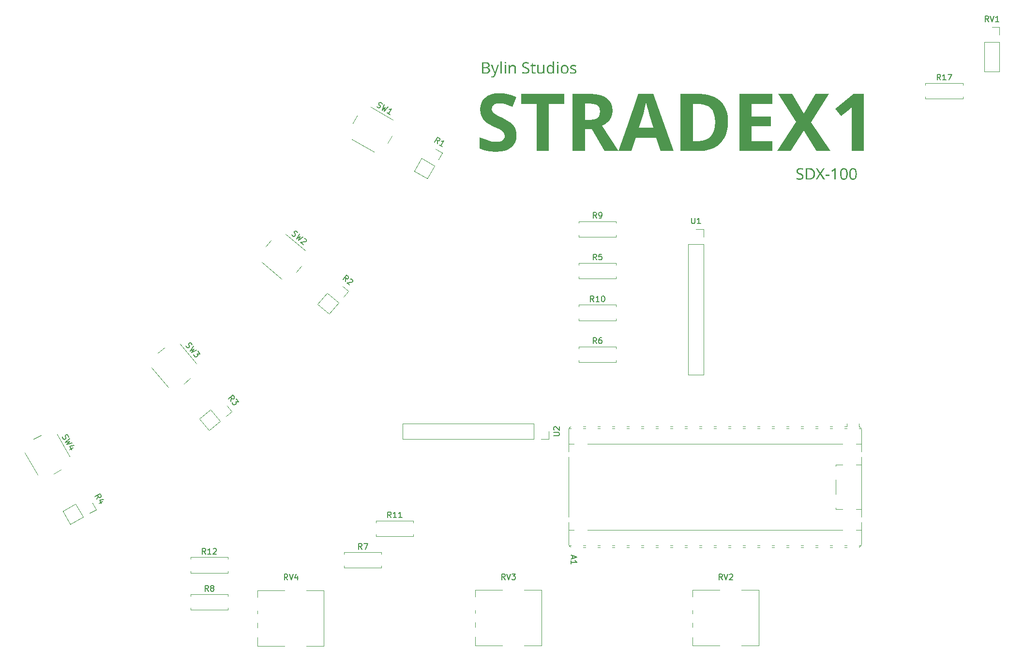
<source format=gbr>
%TF.GenerationSoftware,KiCad,Pcbnew,9.0.4*%
%TF.CreationDate,2025-09-28T19:10:48-04:00*%
%TF.ProjectId,Stradex1,53747261-6465-4783-912e-6b696361645f,rev?*%
%TF.SameCoordinates,Original*%
%TF.FileFunction,Legend,Top*%
%TF.FilePolarity,Positive*%
%FSLAX46Y46*%
G04 Gerber Fmt 4.6, Leading zero omitted, Abs format (unit mm)*
G04 Created by KiCad (PCBNEW 9.0.4) date 2025-09-28 19:10:48*
%MOMM*%
%LPD*%
G01*
G04 APERTURE LIST*
%ADD10C,0.100000*%
%ADD11C,2.000000*%
%ADD12C,0.150000*%
%ADD13C,0.120000*%
G04 APERTURE END LIST*
D10*
G36*
X198462457Y-64987430D02*
G01*
X198449626Y-65116709D01*
X198413022Y-65226429D01*
X198353499Y-65320598D01*
X198269261Y-65401788D01*
X198169952Y-65463876D01*
X198052411Y-65510165D01*
X197913259Y-65539660D01*
X197748413Y-65550165D01*
X197583820Y-65543636D01*
X197437614Y-65525008D01*
X197301716Y-65493446D01*
X197199599Y-65455033D01*
X197199599Y-65214209D01*
X197307212Y-65255136D01*
X197450193Y-65295420D01*
X197601837Y-65322639D01*
X197759648Y-65331812D01*
X197907013Y-65320484D01*
X198016555Y-65290268D01*
X198096948Y-65244984D01*
X198160043Y-65180165D01*
X198197420Y-65103109D01*
X198210398Y-65009778D01*
X198199323Y-64917315D01*
X198168389Y-64844670D01*
X198114984Y-64783056D01*
X198024163Y-64719984D01*
X197911038Y-64664715D01*
X197739987Y-64598229D01*
X197574565Y-64527185D01*
X197448573Y-64451307D01*
X197355060Y-64371449D01*
X197299703Y-64300680D01*
X197259285Y-64217660D01*
X197233874Y-64120007D01*
X197224879Y-64004597D01*
X197234382Y-63900809D01*
X197261666Y-63810711D01*
X197306089Y-63731655D01*
X197366094Y-63662849D01*
X197440520Y-63604614D01*
X197531403Y-63556655D01*
X197629377Y-63523175D01*
X197739348Y-63502274D01*
X197863207Y-63494984D01*
X198024542Y-63503031D01*
X198165580Y-63525881D01*
X198298681Y-63562244D01*
X198414830Y-63606969D01*
X198336428Y-63822636D01*
X198229833Y-63781847D01*
X198110992Y-63747042D01*
X197987480Y-63723957D01*
X197857590Y-63716146D01*
X197734791Y-63726442D01*
X197642888Y-63754081D01*
X197574756Y-63796013D01*
X197522035Y-63854745D01*
X197490567Y-63924077D01*
X197479624Y-64007405D01*
X197490776Y-64102344D01*
X197521634Y-64175444D01*
X197574111Y-64236635D01*
X197658776Y-64295856D01*
X197763296Y-64347745D01*
X197916452Y-64410650D01*
X198084555Y-64480007D01*
X198214551Y-64549258D01*
X198291238Y-64603591D01*
X198352255Y-64662783D01*
X198399442Y-64727067D01*
X198433292Y-64798721D01*
X198454786Y-64884494D01*
X198462457Y-64987430D01*
G37*
G36*
X199679259Y-63536303D02*
G01*
X199852443Y-63574342D01*
X200003752Y-63635057D01*
X200108609Y-63697981D01*
X200199803Y-63773284D01*
X200278532Y-63861581D01*
X200345447Y-63964052D01*
X200396047Y-64073523D01*
X200433713Y-64198261D01*
X200457497Y-64340546D01*
X200465859Y-64502974D01*
X200453076Y-64709555D01*
X200417129Y-64884713D01*
X200360679Y-65033299D01*
X200285016Y-65159369D01*
X200189987Y-65265989D01*
X200076630Y-65354582D01*
X199945998Y-65425072D01*
X199795526Y-65477428D01*
X199621958Y-65510525D01*
X199421477Y-65522200D01*
X198864237Y-65522200D01*
X198864237Y-65306655D01*
X199116295Y-65306655D01*
X199387893Y-65306655D01*
X199572348Y-65295033D01*
X199724753Y-65262717D01*
X199850450Y-65212549D01*
X199953853Y-65145936D01*
X200038229Y-65062740D01*
X200105457Y-64961297D01*
X200155877Y-64838556D01*
X200188256Y-64690304D01*
X200199879Y-64511400D01*
X200190387Y-64346118D01*
X200163988Y-64208924D01*
X200123107Y-64095365D01*
X200069149Y-64001659D01*
X200002408Y-63924851D01*
X199899019Y-63846652D01*
X199774498Y-63788730D01*
X199624580Y-63751821D01*
X199443825Y-63738616D01*
X199116295Y-63738616D01*
X199116295Y-65306655D01*
X198864237Y-65306655D01*
X198864237Y-63522950D01*
X199480217Y-63522950D01*
X199679259Y-63536303D01*
G37*
G36*
X202209387Y-65522200D02*
G01*
X201923745Y-65522200D01*
X201394592Y-64654160D01*
X200857014Y-65522200D01*
X200591033Y-65522200D01*
X201254641Y-64480626D01*
X200633043Y-63522950D01*
X200912946Y-63522950D01*
X201403019Y-64306969D01*
X201895779Y-63522950D01*
X202161759Y-63522950D01*
X201542970Y-64475008D01*
X202209387Y-65522200D01*
G37*
G36*
X202331142Y-64880940D02*
G01*
X202331142Y-64662587D01*
X203008793Y-64662587D01*
X203008793Y-64880940D01*
X202331142Y-64880940D01*
G37*
G36*
X204113870Y-65522200D02*
G01*
X203873169Y-65522200D01*
X203873169Y-64125008D01*
X203875856Y-63931812D01*
X203884282Y-63780626D01*
X203803071Y-63856219D01*
X203710747Y-63934621D01*
X203497890Y-64108156D01*
X203369174Y-63943047D01*
X203909561Y-63522950D01*
X204113870Y-63522950D01*
X204113870Y-65522200D01*
G37*
G36*
X205649897Y-63503744D02*
G01*
X205762903Y-63536741D01*
X205860679Y-63590017D01*
X205945731Y-63664361D01*
X206019331Y-63762430D01*
X206086608Y-63898206D01*
X206138424Y-64065494D01*
X206172291Y-64270380D01*
X206184561Y-64519827D01*
X206176304Y-64734393D01*
X206153192Y-64917380D01*
X206117394Y-65072793D01*
X206061223Y-65220371D01*
X205990050Y-65336754D01*
X205904537Y-65427067D01*
X205828935Y-65479198D01*
X205740963Y-65517505D01*
X205638325Y-65541636D01*
X205518144Y-65550165D01*
X205385286Y-65538428D01*
X205272010Y-65505031D01*
X205174614Y-65451213D01*
X205090478Y-65376190D01*
X205018301Y-65277224D01*
X204952694Y-65140226D01*
X204902207Y-64972337D01*
X204869261Y-64767743D01*
X204857345Y-64519827D01*
X205103786Y-64519827D01*
X205116597Y-64795740D01*
X205149966Y-64995411D01*
X205197576Y-65135807D01*
X205254056Y-65226774D01*
X205324426Y-65289012D01*
X205410803Y-65326856D01*
X205518144Y-65340239D01*
X205624188Y-65327028D01*
X205710294Y-65289541D01*
X205781166Y-65227720D01*
X205838835Y-65137273D01*
X205876729Y-65037469D01*
X205907200Y-64906104D01*
X205927794Y-64736167D01*
X205935433Y-64519827D01*
X205927843Y-64306680D01*
X205907325Y-64138244D01*
X205876864Y-64007116D01*
X205838835Y-63906655D01*
X205781080Y-63815453D01*
X205710162Y-63753203D01*
X205624082Y-63715501D01*
X205518144Y-63702224D01*
X205410803Y-63715607D01*
X205324426Y-63753451D01*
X205254056Y-63815689D01*
X205197576Y-63906655D01*
X205149920Y-64046937D01*
X205116573Y-64245782D01*
X205103786Y-64519827D01*
X204857345Y-64519827D01*
X204865484Y-64303156D01*
X204888179Y-64119789D01*
X204923169Y-63965396D01*
X204978540Y-63818865D01*
X205049218Y-63703467D01*
X205134561Y-63614052D01*
X205210179Y-63562364D01*
X205297757Y-63524438D01*
X205399495Y-63500590D01*
X205518144Y-63492175D01*
X205649897Y-63503744D01*
G37*
G36*
X207250176Y-63503744D02*
G01*
X207363182Y-63536741D01*
X207460958Y-63590017D01*
X207546011Y-63664361D01*
X207619610Y-63762430D01*
X207686887Y-63898206D01*
X207738703Y-64065494D01*
X207772570Y-64270380D01*
X207784840Y-64519827D01*
X207776583Y-64734393D01*
X207753471Y-64917380D01*
X207717673Y-65072793D01*
X207661502Y-65220371D01*
X207590330Y-65336754D01*
X207504816Y-65427067D01*
X207429214Y-65479198D01*
X207341242Y-65517505D01*
X207238604Y-65541636D01*
X207118424Y-65550165D01*
X206985565Y-65538428D01*
X206872289Y-65505031D01*
X206774893Y-65451213D01*
X206690757Y-65376190D01*
X206618581Y-65277224D01*
X206552973Y-65140226D01*
X206502486Y-64972337D01*
X206469540Y-64767743D01*
X206457625Y-64519827D01*
X206704066Y-64519827D01*
X206716876Y-64795740D01*
X206750245Y-64995411D01*
X206797855Y-65135807D01*
X206854335Y-65226774D01*
X206924705Y-65289012D01*
X207011083Y-65326856D01*
X207118424Y-65340239D01*
X207224467Y-65327028D01*
X207310574Y-65289541D01*
X207381446Y-65227720D01*
X207439114Y-65137273D01*
X207477009Y-65037469D01*
X207507479Y-64906104D01*
X207528073Y-64736167D01*
X207535712Y-64519827D01*
X207528122Y-64306680D01*
X207507604Y-64138244D01*
X207477143Y-64007116D01*
X207439114Y-63906655D01*
X207381359Y-63815453D01*
X207310441Y-63753203D01*
X207224361Y-63715501D01*
X207118424Y-63702224D01*
X207011083Y-63715607D01*
X206924705Y-63753451D01*
X206854335Y-63815689D01*
X206797855Y-63906655D01*
X206750199Y-64046937D01*
X206716852Y-64245782D01*
X206704066Y-64519827D01*
X206457625Y-64519827D01*
X206465763Y-64303156D01*
X206488458Y-64119789D01*
X206523448Y-63965396D01*
X206578819Y-63818865D01*
X206649497Y-63703467D01*
X206734840Y-63614052D01*
X206810458Y-63562364D01*
X206898037Y-63524438D01*
X206999774Y-63500590D01*
X207118424Y-63492175D01*
X207250176Y-63503744D01*
G37*
D11*
G36*
X148254024Y-57757843D02*
G01*
X148190970Y-58404370D01*
X148009943Y-58962488D01*
X147714150Y-59450131D01*
X147294761Y-59879092D01*
X146800108Y-60206863D01*
X146196859Y-60453569D01*
X145463082Y-60612577D01*
X144572064Y-60669829D01*
X143531203Y-60599680D01*
X142593812Y-60396794D01*
X141744342Y-60067770D01*
X141744342Y-58094288D01*
X143220790Y-58660931D01*
X143988122Y-58856107D01*
X144739981Y-58919829D01*
X145256403Y-58878884D01*
X145613310Y-58772955D01*
X145853117Y-58618799D01*
X146036035Y-58400149D01*
X146144753Y-58149427D01*
X146182235Y-57856151D01*
X146117216Y-57505389D01*
X145923337Y-57211960D01*
X145633281Y-56963718D01*
X145230298Y-56714926D01*
X144236230Y-56217892D01*
X143480298Y-55819166D01*
X143086636Y-55562685D01*
X142702995Y-55245195D01*
X142368273Y-54869208D01*
X142094220Y-54412327D01*
X141919139Y-53890263D01*
X141856083Y-53236297D01*
X141917400Y-52578348D01*
X142091552Y-52022489D01*
X142372472Y-51548623D01*
X142765888Y-51143136D01*
X143236734Y-50828821D01*
X143795052Y-50595352D01*
X144457439Y-50446824D01*
X145244342Y-50393921D01*
X146015501Y-50440212D01*
X146734834Y-50575882D01*
X147444189Y-50791754D01*
X148211893Y-51094288D01*
X147526181Y-52745980D01*
X146853627Y-52489814D01*
X146293976Y-52311838D01*
X145741872Y-52196544D01*
X145174122Y-52157965D01*
X144781946Y-52193278D01*
X144480545Y-52289465D01*
X144249663Y-52438234D01*
X144071150Y-52642992D01*
X143964751Y-52881941D01*
X143927873Y-53166078D01*
X143980574Y-53495177D01*
X144135080Y-53770440D01*
X144404147Y-54006273D01*
X144943716Y-54321127D01*
X145818313Y-54762205D01*
X146551644Y-55145445D01*
X147126844Y-55518136D01*
X147609381Y-55950372D01*
X147959712Y-56441985D01*
X148117825Y-56807851D01*
X148218262Y-57241889D01*
X148254024Y-57757843D01*
G37*
G36*
X153918627Y-60530000D02*
G01*
X151776617Y-60530000D01*
X151776617Y-52311838D01*
X149074680Y-52311838D01*
X149074680Y-50533750D01*
X156620563Y-50533750D01*
X156620563Y-52311838D01*
X153918627Y-52311838D01*
X153918627Y-60530000D01*
G37*
G36*
X162181821Y-50594599D02*
G01*
X163008799Y-50760163D01*
X163655411Y-51010388D01*
X164155430Y-51333495D01*
X164534427Y-51727066D01*
X164807805Y-52198359D01*
X164979240Y-52763487D01*
X165040225Y-53445736D01*
X164977860Y-54109324D01*
X164802422Y-54656944D01*
X164521819Y-55112083D01*
X164149822Y-55509286D01*
X163722412Y-55844393D01*
X163234049Y-56120195D01*
X166076425Y-60530000D01*
X163626059Y-60530000D01*
X161400396Y-56694166D01*
X160210322Y-56694166D01*
X160210322Y-60530000D01*
X158068313Y-60530000D01*
X158068313Y-55041863D01*
X160210322Y-55041863D01*
X161092039Y-55041863D01*
X161652436Y-54997182D01*
X162081543Y-54876285D01*
X162407897Y-54691985D01*
X162654487Y-54425148D01*
X162811803Y-54054463D01*
X162870127Y-53544043D01*
X162818269Y-53116253D01*
X162674699Y-52788279D01*
X162443313Y-52535931D01*
X162138640Y-52363113D01*
X161702578Y-52245167D01*
X161092039Y-52200097D01*
X160210322Y-52200097D01*
X160210322Y-55041863D01*
X158068313Y-55041863D01*
X158068313Y-50533750D01*
X161134171Y-50533750D01*
X162181821Y-50594599D01*
G37*
G36*
X175749663Y-60530000D02*
G01*
X173439736Y-60530000D01*
X172669761Y-58177941D01*
X169141673Y-58177941D01*
X168371697Y-60530000D01*
X166061770Y-60530000D01*
X167512577Y-56385809D01*
X169646034Y-56385809D01*
X172180054Y-56385809D01*
X171479687Y-54215711D01*
X171304443Y-53586175D01*
X171073634Y-52725219D01*
X170891673Y-52004092D01*
X170730473Y-52739263D01*
X170527751Y-53551371D01*
X170359834Y-54215711D01*
X169646034Y-56385809D01*
X167512577Y-56385809D01*
X169575814Y-50492229D01*
X172207531Y-50492229D01*
X175749663Y-60530000D01*
G37*
G36*
X181193371Y-50590046D02*
G01*
X182022047Y-50749781D01*
X182741730Y-51002772D01*
X183367785Y-51343884D01*
X183912259Y-51773283D01*
X184371353Y-52289749D01*
X184734849Y-52891974D01*
X185004410Y-53592971D01*
X185175055Y-54410103D01*
X185235445Y-55364263D01*
X185190569Y-56233229D01*
X185063121Y-56991897D01*
X184861601Y-57654657D01*
X184591254Y-58234117D01*
X184233592Y-58775565D01*
X183813920Y-59239172D01*
X183328763Y-59631531D01*
X182771645Y-59956029D01*
X181968312Y-60266437D01*
X181046590Y-60461438D01*
X179985445Y-60530000D01*
X176933630Y-60530000D01*
X176933630Y-58765956D01*
X179075640Y-58765956D01*
X179971401Y-58765956D01*
X180715564Y-58708403D01*
X181321433Y-58548590D01*
X181815136Y-58298842D01*
X182216479Y-57961487D01*
X182537283Y-57528655D01*
X182780162Y-56983131D01*
X182938227Y-56299924D01*
X182995738Y-55447916D01*
X182942409Y-54630284D01*
X182796504Y-53979728D01*
X182573668Y-53465075D01*
X182281327Y-53061053D01*
X181901102Y-52733478D01*
X181437100Y-52492344D01*
X180871731Y-52338827D01*
X180181449Y-52283750D01*
X179075640Y-52283750D01*
X179075640Y-58765956D01*
X176933630Y-58765956D01*
X176933630Y-50533750D01*
X180237625Y-50533750D01*
X181193371Y-50590046D01*
G37*
G36*
X192996261Y-60530000D02*
G01*
X187242510Y-60530000D01*
X187242510Y-50533750D01*
X192996261Y-50533750D01*
X192996261Y-52269706D01*
X189356432Y-52269706D01*
X189356432Y-54467892D01*
X192744080Y-54467892D01*
X192744080Y-56203848D01*
X189356432Y-56203848D01*
X189356432Y-58780000D01*
X192996261Y-58780000D01*
X192996261Y-60530000D01*
G37*
G36*
X203141498Y-60530000D02*
G01*
X200677699Y-60530000D01*
X198465469Y-56932302D01*
X196239806Y-60530000D01*
X193859660Y-60530000D01*
X197177699Y-55377697D01*
X194055664Y-50533750D01*
X196435811Y-50533750D01*
X198493557Y-53950097D01*
X200509782Y-50533750D01*
X202903362Y-50533750D01*
X199767283Y-55504092D01*
X203141498Y-60530000D01*
G37*
G36*
X208978292Y-60530000D02*
G01*
X206864370Y-60530000D01*
X206864370Y-54748161D01*
X206885131Y-53796224D01*
X206920546Y-52760024D01*
X206619516Y-53061053D01*
X206192702Y-53445736D01*
X205044150Y-54370195D01*
X204022604Y-53095858D01*
X207242336Y-50533750D01*
X208978292Y-50533750D01*
X208978292Y-60530000D01*
G37*
D10*
G36*
X142983363Y-44964065D02*
G01*
X143138353Y-44987234D01*
X143260743Y-45022018D01*
X143356275Y-45066192D01*
X143438348Y-45129801D01*
X143497280Y-45212106D01*
X143534605Y-45317077D01*
X143548128Y-45451241D01*
X143536575Y-45565219D01*
X143503643Y-45661527D01*
X143450064Y-45743843D01*
X143377799Y-45810211D01*
X143285103Y-45860327D01*
X143167353Y-45893564D01*
X143167353Y-45907608D01*
X143288739Y-45936023D01*
X143395476Y-45980393D01*
X143486905Y-46044919D01*
X143556432Y-46131701D01*
X143587765Y-46199505D01*
X143607982Y-46283223D01*
X143615295Y-46386446D01*
X143602732Y-46519215D01*
X143567095Y-46630898D01*
X143509626Y-46725698D01*
X143429060Y-46806422D01*
X143333127Y-46868461D01*
X143218898Y-46914733D01*
X143082903Y-46944261D01*
X142920912Y-46954800D01*
X142218104Y-46954800D01*
X142218104Y-46741942D01*
X142470162Y-46741942D01*
X142873285Y-46741942D01*
X143010669Y-46733668D01*
X143113330Y-46711698D01*
X143188698Y-46679341D01*
X143242824Y-46638383D01*
X143299602Y-46563660D01*
X143334298Y-46474512D01*
X143346506Y-46366785D01*
X143334027Y-46267071D01*
X143298233Y-46183910D01*
X143238672Y-46113383D01*
X143183217Y-46075629D01*
X143105171Y-46045365D01*
X142997973Y-46024629D01*
X142853746Y-46016785D01*
X142470162Y-46016785D01*
X142470162Y-46741942D01*
X142218104Y-46741942D01*
X142218104Y-45806858D01*
X142470162Y-45806858D01*
X142839702Y-45806858D01*
X143011140Y-45795076D01*
X143122982Y-45765502D01*
X143192510Y-45724304D01*
X143243826Y-45663048D01*
X143276061Y-45583277D01*
X143287765Y-45479206D01*
X143279661Y-45398505D01*
X143257151Y-45334358D01*
X143221411Y-45283151D01*
X143171506Y-45242657D01*
X143090128Y-45206490D01*
X142970606Y-45181068D01*
X142800501Y-45171216D01*
X142470162Y-45171216D01*
X142470162Y-45806858D01*
X142218104Y-45806858D01*
X142218104Y-44955550D01*
X142789265Y-44955550D01*
X142983363Y-44964065D01*
G37*
G36*
X143768435Y-45454049D02*
G01*
X144031607Y-45454049D01*
X144356450Y-46308044D01*
X144432043Y-46522245D01*
X144482479Y-46716785D01*
X144493592Y-46716785D01*
X144546837Y-46533481D01*
X144622430Y-46305236D01*
X144927612Y-45454049D01*
X145193592Y-45454049D01*
X144546837Y-47162040D01*
X144486687Y-47299558D01*
X144418804Y-47411273D01*
X144343749Y-47500804D01*
X144277865Y-47554488D01*
X144200396Y-47593584D01*
X144109065Y-47618139D01*
X144000832Y-47626834D01*
X143883229Y-47619751D01*
X143796401Y-47604363D01*
X143796401Y-47408358D01*
X143870529Y-47419594D01*
X143961631Y-47425211D01*
X144044721Y-47416540D01*
X144113206Y-47392043D01*
X144170215Y-47352427D01*
X144239937Y-47269821D01*
X144294778Y-47159231D01*
X144373180Y-46960417D01*
X143768435Y-45454049D01*
G37*
G36*
X145676460Y-46954800D02*
G01*
X145430019Y-46954800D01*
X145430019Y-44826834D01*
X145676460Y-44826834D01*
X145676460Y-46954800D01*
G37*
G36*
X146277053Y-44891192D02*
G01*
X146329659Y-44900587D01*
X146376338Y-44929049D01*
X146407920Y-44974938D01*
X146419813Y-45047996D01*
X146408085Y-45118863D01*
X146376338Y-45165599D01*
X146329561Y-45195109D01*
X146277053Y-45204800D01*
X146219827Y-45194821D01*
X146173372Y-45165599D01*
X146142748Y-45119004D01*
X146131362Y-45047996D01*
X146142910Y-44974790D01*
X146173372Y-44929049D01*
X146219723Y-44900867D01*
X146277053Y-44891192D01*
G37*
G36*
X146397465Y-45454049D02*
G01*
X146397465Y-46954800D01*
X146151024Y-46954800D01*
X146151024Y-45454049D01*
X146397465Y-45454049D01*
G37*
G36*
X147594377Y-45425961D02*
G01*
X147729759Y-45435435D01*
X147839600Y-45461630D01*
X147928553Y-45502201D01*
X148000309Y-45556265D01*
X148056447Y-45625072D01*
X148099175Y-45714641D01*
X148127250Y-45830010D01*
X148137573Y-45977584D01*
X148137573Y-46954800D01*
X147894063Y-46954800D01*
X147894063Y-45994437D01*
X147883061Y-45875542D01*
X147853437Y-45786913D01*
X147808041Y-45721383D01*
X147746472Y-45674302D01*
X147665165Y-45644229D01*
X147557985Y-45633201D01*
X147433202Y-45643683D01*
X147338317Y-45672026D01*
X147266684Y-45715327D01*
X147213602Y-45773275D01*
X147163941Y-45871402D01*
X147130827Y-46002708D01*
X147118470Y-46176398D01*
X147118470Y-46954800D01*
X146872029Y-46954800D01*
X146872029Y-45454049D01*
X147070843Y-45454049D01*
X147107235Y-45658358D01*
X147121157Y-45658358D01*
X147175973Y-45586634D01*
X147242709Y-45528637D01*
X147322779Y-45483358D01*
X147454898Y-45440353D01*
X147594377Y-45425961D01*
G37*
G36*
X150495738Y-46420030D02*
G01*
X150482907Y-46549309D01*
X150446302Y-46659029D01*
X150386780Y-46753198D01*
X150302542Y-46834388D01*
X150203233Y-46896476D01*
X150085692Y-46942765D01*
X149946540Y-46972260D01*
X149781694Y-46982765D01*
X149617101Y-46976236D01*
X149470895Y-46957608D01*
X149334996Y-46926046D01*
X149232880Y-46887633D01*
X149232880Y-46646809D01*
X149340492Y-46687736D01*
X149483473Y-46728020D01*
X149635118Y-46755239D01*
X149792929Y-46764412D01*
X149940293Y-46753084D01*
X150049836Y-46722868D01*
X150130228Y-46677584D01*
X150193324Y-46612765D01*
X150230700Y-46535709D01*
X150243679Y-46442378D01*
X150232604Y-46349915D01*
X150201669Y-46277270D01*
X150148265Y-46215656D01*
X150057444Y-46152584D01*
X149944318Y-46097315D01*
X149773268Y-46030829D01*
X149607846Y-45959785D01*
X149481854Y-45883907D01*
X149388341Y-45804049D01*
X149332984Y-45733280D01*
X149292566Y-45650260D01*
X149267155Y-45552607D01*
X149258159Y-45437197D01*
X149267663Y-45333409D01*
X149294946Y-45243311D01*
X149339370Y-45164255D01*
X149399375Y-45095449D01*
X149473801Y-45037214D01*
X149564684Y-44989255D01*
X149662658Y-44955775D01*
X149772629Y-44934874D01*
X149896488Y-44927584D01*
X150057823Y-44935631D01*
X150198861Y-44958481D01*
X150331962Y-44994844D01*
X150448111Y-45039569D01*
X150369709Y-45255236D01*
X150263114Y-45214447D01*
X150144272Y-45179642D01*
X150020760Y-45156557D01*
X149890870Y-45148746D01*
X149768072Y-45159042D01*
X149676168Y-45186681D01*
X149608037Y-45228613D01*
X149555316Y-45287345D01*
X149523848Y-45356677D01*
X149512905Y-45440005D01*
X149524057Y-45534944D01*
X149554914Y-45608044D01*
X149607391Y-45669235D01*
X149692057Y-45728456D01*
X149796577Y-45780345D01*
X149949733Y-45843250D01*
X150117836Y-45912607D01*
X150247831Y-45981858D01*
X150324519Y-46036191D01*
X150385536Y-46095383D01*
X150432723Y-46159667D01*
X150466573Y-46231321D01*
X150488067Y-46317094D01*
X150495738Y-46420030D01*
G37*
G36*
X151365120Y-46781143D02*
G01*
X151479914Y-46771373D01*
X151575169Y-46750368D01*
X151575169Y-46937947D01*
X151531361Y-46954719D01*
X151463062Y-46970187D01*
X151323111Y-46982765D01*
X151208847Y-46972402D01*
X151106101Y-46942221D01*
X151044732Y-46908929D01*
X150991302Y-46862348D01*
X150945023Y-46800804D01*
X150912864Y-46730780D01*
X150891437Y-46638439D01*
X150883473Y-46517971D01*
X150883473Y-45644437D01*
X150670738Y-45644437D01*
X150670738Y-45526834D01*
X150886282Y-45428770D01*
X150984346Y-45109545D01*
X151129914Y-45109545D01*
X151129914Y-45454049D01*
X151563934Y-45454049D01*
X151563934Y-45644437D01*
X151129914Y-45644437D01*
X151129914Y-46512354D01*
X151138362Y-46601531D01*
X151161031Y-46667334D01*
X151195738Y-46715442D01*
X151243148Y-46751569D01*
X151298805Y-46773484D01*
X151365120Y-46781143D01*
G37*
G36*
X153128554Y-45454049D02*
G01*
X153128554Y-46954800D01*
X152926931Y-46954800D01*
X152890539Y-46755986D01*
X152879304Y-46755986D01*
X152824460Y-46827484D01*
X152757741Y-46884511D01*
X152677681Y-46928177D01*
X152545408Y-46968981D01*
X152403275Y-46982765D01*
X152266324Y-46973263D01*
X152155561Y-46947033D01*
X152066195Y-46906491D01*
X151994412Y-46852584D01*
X151938122Y-46783753D01*
X151895446Y-46694898D01*
X151867510Y-46581260D01*
X151857270Y-46436760D01*
X151857270Y-45454049D01*
X152106519Y-45454049D01*
X152106519Y-46420030D01*
X152117431Y-46538024D01*
X152146807Y-46625972D01*
X152191818Y-46690988D01*
X152252854Y-46737691D01*
X152333444Y-46767520D01*
X152439667Y-46778456D01*
X152564500Y-46768004D01*
X152659708Y-46739706D01*
X152731833Y-46696432D01*
X152785515Y-46638505D01*
X152835989Y-46540185D01*
X152869587Y-46408829D01*
X152882113Y-46235260D01*
X152882113Y-45454049D01*
X153128554Y-45454049D01*
G37*
G36*
X154849367Y-46954800D02*
G01*
X154650553Y-46954800D01*
X154614161Y-46753177D01*
X154602926Y-46753177D01*
X154525806Y-46840271D01*
X154423773Y-46915599D01*
X154346284Y-46951437D01*
X154251419Y-46974465D01*
X154135323Y-46982765D01*
X153998735Y-46969906D01*
X153880782Y-46933032D01*
X153777788Y-46872972D01*
X153687259Y-46788226D01*
X153618383Y-46687581D01*
X153565971Y-46561159D01*
X153531783Y-46403315D01*
X153519698Y-46212790D01*
X153774087Y-46212790D01*
X153786849Y-46389963D01*
X153821323Y-46526199D01*
X153873494Y-46630079D01*
X153929040Y-46694506D01*
X153995991Y-46740134D01*
X154076594Y-46768427D01*
X154174524Y-46778456D01*
X154293935Y-46768755D01*
X154385835Y-46742419D01*
X154456137Y-46702108D01*
X154509136Y-46648275D01*
X154559231Y-46556032D01*
X154592991Y-46428446D01*
X154605734Y-46254800D01*
X154605734Y-46209981D01*
X154593643Y-46024478D01*
X154561346Y-45884470D01*
X154513288Y-45780236D01*
X154460847Y-45717745D01*
X154389858Y-45671544D01*
X154295744Y-45641488D01*
X154171715Y-45630393D01*
X154075997Y-45640868D01*
X153996499Y-45670629D01*
X153929667Y-45719175D01*
X153873494Y-45788662D01*
X153820877Y-45898585D01*
X153786602Y-46037621D01*
X153774087Y-46212790D01*
X153519698Y-46212790D01*
X153519342Y-46207172D01*
X153531835Y-46011245D01*
X153566234Y-45852903D01*
X153619095Y-45725460D01*
X153688725Y-45623432D01*
X153780077Y-45537229D01*
X153883599Y-45476288D01*
X154001737Y-45438958D01*
X154138131Y-45425961D01*
X154252487Y-45433939D01*
X154345961Y-45456063D01*
X154422308Y-45490442D01*
X154523878Y-45562774D01*
X154602926Y-45647245D01*
X154619778Y-45647245D01*
X154609887Y-45539412D01*
X154602926Y-45425961D01*
X154602926Y-44826834D01*
X154849367Y-44826834D01*
X154849367Y-46954800D01*
G37*
G36*
X155450815Y-44891192D02*
G01*
X155503421Y-44900587D01*
X155550099Y-44929049D01*
X155581682Y-44974938D01*
X155593575Y-45047996D01*
X155581846Y-45118863D01*
X155550099Y-45165599D01*
X155503322Y-45195109D01*
X155450815Y-45204800D01*
X155393589Y-45194821D01*
X155347134Y-45165599D01*
X155316510Y-45119004D01*
X155305124Y-45047996D01*
X155316672Y-44974790D01*
X155347134Y-44929049D01*
X155393485Y-44900867D01*
X155450815Y-44891192D01*
G37*
G36*
X155571226Y-45454049D02*
G01*
X155571226Y-46954800D01*
X155324785Y-46954800D01*
X155324785Y-45454049D01*
X155571226Y-45454049D01*
G37*
G36*
X156792754Y-45436568D02*
G01*
X156911828Y-45467202D01*
X157018732Y-45517064D01*
X157114108Y-45586043D01*
X157195017Y-45673040D01*
X157262364Y-45780236D01*
X157309731Y-45898206D01*
X157339833Y-46037302D01*
X157350536Y-46201555D01*
X157337115Y-46388108D01*
X157299607Y-46542938D01*
X157240788Y-46671595D01*
X157161492Y-46778456D01*
X157060666Y-46866488D01*
X156944159Y-46929718D01*
X156808885Y-46968974D01*
X156650536Y-46982765D01*
X156520493Y-46972271D01*
X156403163Y-46941772D01*
X156296261Y-46891785D01*
X156201042Y-46822721D01*
X156119652Y-46734854D01*
X156051286Y-46625804D01*
X156003084Y-46505947D01*
X155972578Y-46365801D01*
X155961771Y-46201555D01*
X156216516Y-46201555D01*
X156229729Y-46376406D01*
X156265899Y-46514472D01*
X156321540Y-46623118D01*
X156380126Y-46689603D01*
X156453132Y-46737458D01*
X156543582Y-46767623D01*
X156656153Y-46778456D01*
X156767180Y-46767697D01*
X156857009Y-46737639D01*
X156930093Y-46689788D01*
X156989300Y-46623118D01*
X157045760Y-46514363D01*
X157082411Y-46376297D01*
X157095790Y-46201555D01*
X157082321Y-46026886D01*
X157045603Y-45890462D01*
X156989300Y-45784388D01*
X156930368Y-45719871D01*
X156857024Y-45673246D01*
X156766218Y-45643787D01*
X156653344Y-45633201D01*
X156540441Y-45643831D01*
X156450174Y-45673342D01*
X156377767Y-45719951D01*
X156320075Y-45784388D01*
X156265407Y-45890238D01*
X156229651Y-46026660D01*
X156216516Y-46201555D01*
X155961771Y-46201555D01*
X155975144Y-46014884D01*
X156012448Y-45860605D01*
X156070817Y-45733007D01*
X156149349Y-45627584D01*
X156249364Y-45540870D01*
X156365342Y-45478451D01*
X156500421Y-45439623D01*
X156658962Y-45425961D01*
X156792754Y-45436568D01*
G37*
G36*
X158715120Y-46540442D02*
G01*
X158704237Y-46646359D01*
X158673396Y-46734457D01*
X158623443Y-46808497D01*
X158552699Y-46870780D01*
X158469990Y-46917313D01*
X158371595Y-46952317D01*
X158254670Y-46974751D01*
X158115870Y-46982765D01*
X157964560Y-46975967D01*
X157845616Y-46957608D01*
X157736717Y-46926765D01*
X157645459Y-46887633D01*
X157645459Y-46663540D01*
X157740496Y-46705074D01*
X157862469Y-46746216D01*
X157991050Y-46774538D01*
X158121488Y-46783952D01*
X158246124Y-46775709D01*
X158333532Y-46754385D01*
X158393086Y-46723746D01*
X158440254Y-46678455D01*
X158467694Y-46625688D01*
X158477106Y-46562790D01*
X158469329Y-46509466D01*
X158446209Y-46462040D01*
X158406958Y-46420323D01*
X158335689Y-46372402D01*
X158246539Y-46328265D01*
X158107444Y-46271652D01*
X157967805Y-46213582D01*
X157858194Y-46159667D01*
X157764504Y-46096325D01*
X157698582Y-46025211D01*
X157668472Y-45970345D01*
X157649446Y-45904045D01*
X157642650Y-45823589D01*
X157652742Y-45732174D01*
X157681691Y-45654519D01*
X157729347Y-45587582D01*
X157797988Y-45529642D01*
X157906370Y-45474285D01*
X158040201Y-45438779D01*
X158205508Y-45425961D01*
X158339989Y-45432815D01*
X158461596Y-45452584D01*
X158577726Y-45484761D01*
X158684346Y-45526834D01*
X158600326Y-45722839D01*
X158401390Y-45655672D01*
X158296648Y-45634635D01*
X158188655Y-45627584D01*
X158088424Y-45634034D01*
X158013207Y-45651212D01*
X157957601Y-45676677D01*
X157912246Y-45714417D01*
X157886545Y-45757961D01*
X157877856Y-45809545D01*
X157887149Y-45867228D01*
X157914248Y-45914691D01*
X157958787Y-45954504D01*
X158036003Y-45998711D01*
X158264248Y-46095187D01*
X158401063Y-46151145D01*
X158507880Y-46204485D01*
X158598514Y-46267962D01*
X158661875Y-46340284D01*
X158690612Y-46395773D01*
X158708698Y-46461706D01*
X158715120Y-46540442D01*
G37*
D12*
X90427905Y-94603302D02*
X90483254Y-94743346D01*
X90483254Y-94743346D02*
X90636299Y-94925738D01*
X90636299Y-94925738D02*
X90733995Y-94968085D01*
X90733995Y-94968085D02*
X90801082Y-94973955D01*
X90801082Y-94973955D02*
X90904648Y-94949215D01*
X90904648Y-94949215D02*
X90977604Y-94887997D01*
X90977604Y-94887997D02*
X91019952Y-94790301D01*
X91019952Y-94790301D02*
X91025821Y-94723214D01*
X91025821Y-94723214D02*
X91001082Y-94619648D01*
X91001082Y-94619648D02*
X90915124Y-94443126D01*
X90915124Y-94443126D02*
X90890385Y-94339561D01*
X90890385Y-94339561D02*
X90896254Y-94272474D01*
X90896254Y-94272474D02*
X90938602Y-94174777D01*
X90938602Y-94174777D02*
X91011558Y-94113559D01*
X91011558Y-94113559D02*
X91115124Y-94088820D01*
X91115124Y-94088820D02*
X91182211Y-94094689D01*
X91182211Y-94094689D02*
X91279907Y-94137037D01*
X91279907Y-94137037D02*
X91432952Y-94319429D01*
X91432952Y-94319429D02*
X91488300Y-94459472D01*
X91739041Y-94684212D02*
X91126042Y-95509391D01*
X91126042Y-95509391D02*
X91795652Y-95196170D01*
X91795652Y-95196170D02*
X91370913Y-95801217D01*
X91370913Y-95801217D02*
X92290002Y-95340821D01*
X92473656Y-95559691D02*
X92871572Y-96033909D01*
X92871572Y-96033909D02*
X92365483Y-96023432D01*
X92365483Y-96023432D02*
X92457310Y-96132867D01*
X92457310Y-96132867D02*
X92482049Y-96236433D01*
X92482049Y-96236433D02*
X92476180Y-96303520D01*
X92476180Y-96303520D02*
X92433832Y-96401216D01*
X92433832Y-96401216D02*
X92251441Y-96554261D01*
X92251441Y-96554261D02*
X92147875Y-96579000D01*
X92147875Y-96579000D02*
X92080788Y-96573131D01*
X92080788Y-96573131D02*
X91983092Y-96530783D01*
X91983092Y-96530783D02*
X91799438Y-96311913D01*
X91799438Y-96311913D02*
X91774698Y-96208348D01*
X91774698Y-96208348D02*
X91780568Y-96141261D01*
X230824161Y-37867619D02*
X230490828Y-37391428D01*
X230252733Y-37867619D02*
X230252733Y-36867619D01*
X230252733Y-36867619D02*
X230633685Y-36867619D01*
X230633685Y-36867619D02*
X230728923Y-36915238D01*
X230728923Y-36915238D02*
X230776542Y-36962857D01*
X230776542Y-36962857D02*
X230824161Y-37058095D01*
X230824161Y-37058095D02*
X230824161Y-37200952D01*
X230824161Y-37200952D02*
X230776542Y-37296190D01*
X230776542Y-37296190D02*
X230728923Y-37343809D01*
X230728923Y-37343809D02*
X230633685Y-37391428D01*
X230633685Y-37391428D02*
X230252733Y-37391428D01*
X231109876Y-36867619D02*
X231443209Y-37867619D01*
X231443209Y-37867619D02*
X231776542Y-36867619D01*
X232633685Y-37867619D02*
X232062257Y-37867619D01*
X232347971Y-37867619D02*
X232347971Y-36867619D01*
X232347971Y-36867619D02*
X232252733Y-37010476D01*
X232252733Y-37010476D02*
X232157495Y-37105714D01*
X232157495Y-37105714D02*
X232062257Y-37153333D01*
X178866895Y-72224419D02*
X178866895Y-73033942D01*
X178866895Y-73033942D02*
X178914514Y-73129180D01*
X178914514Y-73129180D02*
X178962133Y-73176800D01*
X178962133Y-73176800D02*
X179057371Y-73224419D01*
X179057371Y-73224419D02*
X179247847Y-73224419D01*
X179247847Y-73224419D02*
X179343085Y-73176800D01*
X179343085Y-73176800D02*
X179390704Y-73129180D01*
X179390704Y-73129180D02*
X179438323Y-73033942D01*
X179438323Y-73033942D02*
X179438323Y-72224419D01*
X180438323Y-73224419D02*
X179866895Y-73224419D01*
X180152609Y-73224419D02*
X180152609Y-72224419D01*
X180152609Y-72224419D02*
X180057371Y-72367276D01*
X180057371Y-72367276D02*
X179962133Y-72462514D01*
X179962133Y-72462514D02*
X179866895Y-72510133D01*
X134425703Y-59249430D02*
X134375123Y-58670371D01*
X133930831Y-58963716D02*
X134430831Y-58097691D01*
X134430831Y-58097691D02*
X134760746Y-58288167D01*
X134760746Y-58288167D02*
X134819415Y-58377025D01*
X134819415Y-58377025D02*
X134836844Y-58442074D01*
X134836844Y-58442074D02*
X134830465Y-58548362D01*
X134830465Y-58548362D02*
X134759036Y-58672080D01*
X134759036Y-58672080D02*
X134670178Y-58730749D01*
X134670178Y-58730749D02*
X134605129Y-58748179D01*
X134605129Y-58748179D02*
X134498841Y-58741799D01*
X134498841Y-58741799D02*
X134168926Y-58551323D01*
X135250489Y-59725621D02*
X134755617Y-59439906D01*
X135003053Y-59582764D02*
X135503053Y-58716738D01*
X135503053Y-58716738D02*
X135349146Y-58792837D01*
X135349146Y-58792837D02*
X135219048Y-58827697D01*
X135219048Y-58827697D02*
X135112760Y-58821317D01*
X162240933Y-72267596D02*
X161907600Y-71791405D01*
X161669505Y-72267596D02*
X161669505Y-71267596D01*
X161669505Y-71267596D02*
X162050457Y-71267596D01*
X162050457Y-71267596D02*
X162145695Y-71315215D01*
X162145695Y-71315215D02*
X162193314Y-71362834D01*
X162193314Y-71362834D02*
X162240933Y-71458072D01*
X162240933Y-71458072D02*
X162240933Y-71600929D01*
X162240933Y-71600929D02*
X162193314Y-71696167D01*
X162193314Y-71696167D02*
X162145695Y-71743786D01*
X162145695Y-71743786D02*
X162050457Y-71791405D01*
X162050457Y-71791405D02*
X161669505Y-71791405D01*
X162717124Y-72267596D02*
X162907600Y-72267596D01*
X162907600Y-72267596D02*
X163002838Y-72219977D01*
X163002838Y-72219977D02*
X163050457Y-72172357D01*
X163050457Y-72172357D02*
X163145695Y-72029500D01*
X163145695Y-72029500D02*
X163193314Y-71839024D01*
X163193314Y-71839024D02*
X163193314Y-71458072D01*
X163193314Y-71458072D02*
X163145695Y-71362834D01*
X163145695Y-71362834D02*
X163098076Y-71315215D01*
X163098076Y-71315215D02*
X163002838Y-71267596D01*
X163002838Y-71267596D02*
X162812362Y-71267596D01*
X162812362Y-71267596D02*
X162717124Y-71315215D01*
X162717124Y-71315215D02*
X162669505Y-71362834D01*
X162669505Y-71362834D02*
X162621886Y-71458072D01*
X162621886Y-71458072D02*
X162621886Y-71696167D01*
X162621886Y-71696167D02*
X162669505Y-71791405D01*
X162669505Y-71791405D02*
X162717124Y-71839024D01*
X162717124Y-71839024D02*
X162812362Y-71886643D01*
X162812362Y-71886643D02*
X163002838Y-71886643D01*
X163002838Y-71886643D02*
X163098076Y-71839024D01*
X163098076Y-71839024D02*
X163145695Y-71791405D01*
X163145695Y-71791405D02*
X163193314Y-71696167D01*
X74797103Y-121487922D02*
X75042829Y-120961151D01*
X74511388Y-120993050D02*
X75377414Y-120493050D01*
X75377414Y-120493050D02*
X75567890Y-120822965D01*
X75567890Y-120822965D02*
X75574270Y-120929253D01*
X75574270Y-120929253D02*
X75556840Y-120994302D01*
X75556840Y-120994302D02*
X75498171Y-121083160D01*
X75498171Y-121083160D02*
X75374453Y-121154589D01*
X75374453Y-121154589D02*
X75268165Y-121160968D01*
X75268165Y-121160968D02*
X75203116Y-121143538D01*
X75203116Y-121143538D02*
X75114258Y-121084869D01*
X75114258Y-121084869D02*
X74923781Y-120754955D01*
X75803024Y-121896896D02*
X75225674Y-122230229D01*
X76013891Y-121500223D02*
X75276254Y-121651170D01*
X75276254Y-121651170D02*
X75585778Y-122187281D01*
X123801716Y-52742328D02*
X123901625Y-52854996D01*
X123901625Y-52854996D02*
X124107821Y-52974043D01*
X124107821Y-52974043D02*
X124214109Y-52980423D01*
X124214109Y-52980423D02*
X124279158Y-52962993D01*
X124279158Y-52962993D02*
X124368017Y-52904324D01*
X124368017Y-52904324D02*
X124415636Y-52821845D01*
X124415636Y-52821845D02*
X124422015Y-52715557D01*
X124422015Y-52715557D02*
X124404586Y-52650508D01*
X124404586Y-52650508D02*
X124345917Y-52561650D01*
X124345917Y-52561650D02*
X124204769Y-52425173D01*
X124204769Y-52425173D02*
X124146100Y-52336314D01*
X124146100Y-52336314D02*
X124128670Y-52271266D01*
X124128670Y-52271266D02*
X124135050Y-52164977D01*
X124135050Y-52164977D02*
X124182669Y-52082499D01*
X124182669Y-52082499D02*
X124271527Y-52023830D01*
X124271527Y-52023830D02*
X124336576Y-52006400D01*
X124336576Y-52006400D02*
X124442864Y-52012780D01*
X124442864Y-52012780D02*
X124649061Y-52131827D01*
X124649061Y-52131827D02*
X124748969Y-52244495D01*
X125061454Y-52369923D02*
X124767650Y-53354996D01*
X124767650Y-53354996D02*
X125289750Y-52831644D01*
X125289750Y-52831644D02*
X125097565Y-53545472D01*
X125097565Y-53545472D02*
X125803761Y-52798494D01*
X126087308Y-54116900D02*
X125592436Y-53831186D01*
X125839872Y-53974043D02*
X126339872Y-53108018D01*
X126339872Y-53108018D02*
X126185965Y-53184117D01*
X126185965Y-53184117D02*
X126055867Y-53218976D01*
X126055867Y-53218976D02*
X125949579Y-53212596D01*
X98220224Y-104330623D02*
X98370744Y-103769185D01*
X97852917Y-103892883D02*
X98618961Y-103250096D01*
X98618961Y-103250096D02*
X98863833Y-103541922D01*
X98863833Y-103541922D02*
X98888572Y-103645488D01*
X98888572Y-103645488D02*
X98882703Y-103712575D01*
X98882703Y-103712575D02*
X98840355Y-103810271D01*
X98840355Y-103810271D02*
X98730920Y-103902098D01*
X98730920Y-103902098D02*
X98627355Y-103926837D01*
X98627355Y-103926837D02*
X98560267Y-103920968D01*
X98560267Y-103920968D02*
X98462571Y-103878620D01*
X98462571Y-103878620D02*
X98217700Y-103586794D01*
X99200531Y-103943183D02*
X99598447Y-104417401D01*
X99598447Y-104417401D02*
X99092358Y-104406925D01*
X99092358Y-104406925D02*
X99184185Y-104516360D01*
X99184185Y-104516360D02*
X99208924Y-104619925D01*
X99208924Y-104619925D02*
X99203055Y-104687012D01*
X99203055Y-104687012D02*
X99160707Y-104784709D01*
X99160707Y-104784709D02*
X98978316Y-104937753D01*
X98978316Y-104937753D02*
X98874750Y-104962493D01*
X98874750Y-104962493D02*
X98807663Y-104956623D01*
X98807663Y-104956623D02*
X98709967Y-104914276D01*
X98709967Y-104914276D02*
X98526313Y-104695406D01*
X98526313Y-104695406D02*
X98501574Y-104591840D01*
X98501574Y-104591840D02*
X98507443Y-104524753D01*
X161764742Y-86890915D02*
X161431409Y-86414724D01*
X161193314Y-86890915D02*
X161193314Y-85890915D01*
X161193314Y-85890915D02*
X161574266Y-85890915D01*
X161574266Y-85890915D02*
X161669504Y-85938534D01*
X161669504Y-85938534D02*
X161717123Y-85986153D01*
X161717123Y-85986153D02*
X161764742Y-86081391D01*
X161764742Y-86081391D02*
X161764742Y-86224248D01*
X161764742Y-86224248D02*
X161717123Y-86319486D01*
X161717123Y-86319486D02*
X161669504Y-86367105D01*
X161669504Y-86367105D02*
X161574266Y-86414724D01*
X161574266Y-86414724D02*
X161193314Y-86414724D01*
X162717123Y-86890915D02*
X162145695Y-86890915D01*
X162431409Y-86890915D02*
X162431409Y-85890915D01*
X162431409Y-85890915D02*
X162336171Y-86033772D01*
X162336171Y-86033772D02*
X162240933Y-86129010D01*
X162240933Y-86129010D02*
X162145695Y-86176629D01*
X163336171Y-85890915D02*
X163431409Y-85890915D01*
X163431409Y-85890915D02*
X163526647Y-85938534D01*
X163526647Y-85938534D02*
X163574266Y-85986153D01*
X163574266Y-85986153D02*
X163621885Y-86081391D01*
X163621885Y-86081391D02*
X163669504Y-86271867D01*
X163669504Y-86271867D02*
X163669504Y-86509962D01*
X163669504Y-86509962D02*
X163621885Y-86700438D01*
X163621885Y-86700438D02*
X163574266Y-86795676D01*
X163574266Y-86795676D02*
X163526647Y-86843296D01*
X163526647Y-86843296D02*
X163431409Y-86890915D01*
X163431409Y-86890915D02*
X163336171Y-86890915D01*
X163336171Y-86890915D02*
X163240933Y-86843296D01*
X163240933Y-86843296D02*
X163193314Y-86795676D01*
X163193314Y-86795676D02*
X163145695Y-86700438D01*
X163145695Y-86700438D02*
X163098076Y-86509962D01*
X163098076Y-86509962D02*
X163098076Y-86271867D01*
X163098076Y-86271867D02*
X163145695Y-86081391D01*
X163145695Y-86081391D02*
X163193314Y-85986153D01*
X163193314Y-85986153D02*
X163240933Y-85938534D01*
X163240933Y-85938534D02*
X163336171Y-85890915D01*
X146239561Y-135555419D02*
X145906228Y-135079228D01*
X145668133Y-135555419D02*
X145668133Y-134555419D01*
X145668133Y-134555419D02*
X146049085Y-134555419D01*
X146049085Y-134555419D02*
X146144323Y-134603038D01*
X146144323Y-134603038D02*
X146191942Y-134650657D01*
X146191942Y-134650657D02*
X146239561Y-134745895D01*
X146239561Y-134745895D02*
X146239561Y-134888752D01*
X146239561Y-134888752D02*
X146191942Y-134983990D01*
X146191942Y-134983990D02*
X146144323Y-135031609D01*
X146144323Y-135031609D02*
X146049085Y-135079228D01*
X146049085Y-135079228D02*
X145668133Y-135079228D01*
X146525276Y-134555419D02*
X146858609Y-135555419D01*
X146858609Y-135555419D02*
X147191942Y-134555419D01*
X147430038Y-134555419D02*
X148049085Y-134555419D01*
X148049085Y-134555419D02*
X147715752Y-134936371D01*
X147715752Y-134936371D02*
X147858609Y-134936371D01*
X147858609Y-134936371D02*
X147953847Y-134983990D01*
X147953847Y-134983990D02*
X148001466Y-135031609D01*
X148001466Y-135031609D02*
X148049085Y-135126847D01*
X148049085Y-135126847D02*
X148049085Y-135364942D01*
X148049085Y-135364942D02*
X148001466Y-135460180D01*
X148001466Y-135460180D02*
X147953847Y-135507800D01*
X147953847Y-135507800D02*
X147858609Y-135555419D01*
X147858609Y-135555419D02*
X147572895Y-135555419D01*
X147572895Y-135555419D02*
X147477657Y-135507800D01*
X147477657Y-135507800D02*
X147430038Y-135460180D01*
X94333333Y-137584819D02*
X94000000Y-137108628D01*
X93761905Y-137584819D02*
X93761905Y-136584819D01*
X93761905Y-136584819D02*
X94142857Y-136584819D01*
X94142857Y-136584819D02*
X94238095Y-136632438D01*
X94238095Y-136632438D02*
X94285714Y-136680057D01*
X94285714Y-136680057D02*
X94333333Y-136775295D01*
X94333333Y-136775295D02*
X94333333Y-136918152D01*
X94333333Y-136918152D02*
X94285714Y-137013390D01*
X94285714Y-137013390D02*
X94238095Y-137061009D01*
X94238095Y-137061009D02*
X94142857Y-137108628D01*
X94142857Y-137108628D02*
X93761905Y-137108628D01*
X94904762Y-137013390D02*
X94809524Y-136965771D01*
X94809524Y-136965771D02*
X94761905Y-136918152D01*
X94761905Y-136918152D02*
X94714286Y-136822914D01*
X94714286Y-136822914D02*
X94714286Y-136775295D01*
X94714286Y-136775295D02*
X94761905Y-136680057D01*
X94761905Y-136680057D02*
X94809524Y-136632438D01*
X94809524Y-136632438D02*
X94904762Y-136584819D01*
X94904762Y-136584819D02*
X95095238Y-136584819D01*
X95095238Y-136584819D02*
X95190476Y-136632438D01*
X95190476Y-136632438D02*
X95238095Y-136680057D01*
X95238095Y-136680057D02*
X95285714Y-136775295D01*
X95285714Y-136775295D02*
X95285714Y-136822914D01*
X95285714Y-136822914D02*
X95238095Y-136918152D01*
X95238095Y-136918152D02*
X95190476Y-136965771D01*
X95190476Y-136965771D02*
X95095238Y-137013390D01*
X95095238Y-137013390D02*
X94904762Y-137013390D01*
X94904762Y-137013390D02*
X94809524Y-137061009D01*
X94809524Y-137061009D02*
X94761905Y-137108628D01*
X94761905Y-137108628D02*
X94714286Y-137203866D01*
X94714286Y-137203866D02*
X94714286Y-137394342D01*
X94714286Y-137394342D02*
X94761905Y-137489580D01*
X94761905Y-137489580D02*
X94809524Y-137537200D01*
X94809524Y-137537200D02*
X94904762Y-137584819D01*
X94904762Y-137584819D02*
X95095238Y-137584819D01*
X95095238Y-137584819D02*
X95190476Y-137537200D01*
X95190476Y-137537200D02*
X95238095Y-137489580D01*
X95238095Y-137489580D02*
X95285714Y-137394342D01*
X95285714Y-137394342D02*
X95285714Y-137203866D01*
X95285714Y-137203866D02*
X95238095Y-137108628D01*
X95238095Y-137108628D02*
X95190476Y-137061009D01*
X95190476Y-137061009D02*
X95095238Y-137013390D01*
X162240934Y-79579258D02*
X161907601Y-79103067D01*
X161669506Y-79579258D02*
X161669506Y-78579258D01*
X161669506Y-78579258D02*
X162050458Y-78579258D01*
X162050458Y-78579258D02*
X162145696Y-78626877D01*
X162145696Y-78626877D02*
X162193315Y-78674496D01*
X162193315Y-78674496D02*
X162240934Y-78769734D01*
X162240934Y-78769734D02*
X162240934Y-78912591D01*
X162240934Y-78912591D02*
X162193315Y-79007829D01*
X162193315Y-79007829D02*
X162145696Y-79055448D01*
X162145696Y-79055448D02*
X162050458Y-79103067D01*
X162050458Y-79103067D02*
X161669506Y-79103067D01*
X163145696Y-78579258D02*
X162669506Y-78579258D01*
X162669506Y-78579258D02*
X162621887Y-79055448D01*
X162621887Y-79055448D02*
X162669506Y-79007829D01*
X162669506Y-79007829D02*
X162764744Y-78960210D01*
X162764744Y-78960210D02*
X163002839Y-78960210D01*
X163002839Y-78960210D02*
X163098077Y-79007829D01*
X163098077Y-79007829D02*
X163145696Y-79055448D01*
X163145696Y-79055448D02*
X163193315Y-79150686D01*
X163193315Y-79150686D02*
X163193315Y-79388781D01*
X163193315Y-79388781D02*
X163145696Y-79484019D01*
X163145696Y-79484019D02*
X163098077Y-79531639D01*
X163098077Y-79531639D02*
X163002839Y-79579258D01*
X163002839Y-79579258D02*
X162764744Y-79579258D01*
X162764744Y-79579258D02*
X162669506Y-79531639D01*
X162669506Y-79531639D02*
X162621887Y-79484019D01*
X121194533Y-130215619D02*
X120861200Y-129739428D01*
X120623105Y-130215619D02*
X120623105Y-129215619D01*
X120623105Y-129215619D02*
X121004057Y-129215619D01*
X121004057Y-129215619D02*
X121099295Y-129263238D01*
X121099295Y-129263238D02*
X121146914Y-129310857D01*
X121146914Y-129310857D02*
X121194533Y-129406095D01*
X121194533Y-129406095D02*
X121194533Y-129548952D01*
X121194533Y-129548952D02*
X121146914Y-129644190D01*
X121146914Y-129644190D02*
X121099295Y-129691809D01*
X121099295Y-129691809D02*
X121004057Y-129739428D01*
X121004057Y-129739428D02*
X120623105Y-129739428D01*
X121527867Y-129215619D02*
X122194533Y-129215619D01*
X122194533Y-129215619D02*
X121765962Y-130215619D01*
X154751819Y-110362504D02*
X155561342Y-110362504D01*
X155561342Y-110362504D02*
X155656580Y-110314885D01*
X155656580Y-110314885D02*
X155704200Y-110267266D01*
X155704200Y-110267266D02*
X155751819Y-110172028D01*
X155751819Y-110172028D02*
X155751819Y-109981552D01*
X155751819Y-109981552D02*
X155704200Y-109886314D01*
X155704200Y-109886314D02*
X155656580Y-109838695D01*
X155656580Y-109838695D02*
X155561342Y-109791076D01*
X155561342Y-109791076D02*
X154751819Y-109791076D01*
X154847057Y-109362504D02*
X154799438Y-109314885D01*
X154799438Y-109314885D02*
X154751819Y-109219647D01*
X154751819Y-109219647D02*
X154751819Y-108981552D01*
X154751819Y-108981552D02*
X154799438Y-108886314D01*
X154799438Y-108886314D02*
X154847057Y-108838695D01*
X154847057Y-108838695D02*
X154942295Y-108791076D01*
X154942295Y-108791076D02*
X155037533Y-108791076D01*
X155037533Y-108791076D02*
X155180390Y-108838695D01*
X155180390Y-108838695D02*
X155751819Y-109410123D01*
X155751819Y-109410123D02*
X155751819Y-108791076D01*
X68802896Y-110563499D02*
X68833085Y-110711027D01*
X68833085Y-110711027D02*
X68952132Y-110917223D01*
X68952132Y-110917223D02*
X69040991Y-110975892D01*
X69040991Y-110975892D02*
X69106040Y-110993322D01*
X69106040Y-110993322D02*
X69212328Y-110986943D01*
X69212328Y-110986943D02*
X69294806Y-110939323D01*
X69294806Y-110939323D02*
X69353475Y-110850465D01*
X69353475Y-110850465D02*
X69370905Y-110785416D01*
X69370905Y-110785416D02*
X69364525Y-110679128D01*
X69364525Y-110679128D02*
X69310527Y-110490361D01*
X69310527Y-110490361D02*
X69304147Y-110384073D01*
X69304147Y-110384073D02*
X69321577Y-110319024D01*
X69321577Y-110319024D02*
X69380246Y-110230166D01*
X69380246Y-110230166D02*
X69462724Y-110182547D01*
X69462724Y-110182547D02*
X69569013Y-110176167D01*
X69569013Y-110176167D02*
X69634061Y-110193597D01*
X69634061Y-110193597D02*
X69722920Y-110252266D01*
X69722920Y-110252266D02*
X69841967Y-110458463D01*
X69841967Y-110458463D02*
X69872157Y-110605990D01*
X70080063Y-110870856D02*
X69333085Y-111577052D01*
X69333085Y-111577052D02*
X70046913Y-111384867D01*
X70046913Y-111384867D02*
X69523561Y-111906967D01*
X69523561Y-111906967D02*
X70508634Y-111613163D01*
X70624721Y-112480898D02*
X70047370Y-112814231D01*
X70835588Y-112084225D02*
X70097950Y-112235172D01*
X70097950Y-112235172D02*
X70407474Y-112771283D01*
X184260361Y-135580219D02*
X183927028Y-135104028D01*
X183688933Y-135580219D02*
X183688933Y-134580219D01*
X183688933Y-134580219D02*
X184069885Y-134580219D01*
X184069885Y-134580219D02*
X184165123Y-134627838D01*
X184165123Y-134627838D02*
X184212742Y-134675457D01*
X184212742Y-134675457D02*
X184260361Y-134770695D01*
X184260361Y-134770695D02*
X184260361Y-134913552D01*
X184260361Y-134913552D02*
X184212742Y-135008790D01*
X184212742Y-135008790D02*
X184165123Y-135056409D01*
X184165123Y-135056409D02*
X184069885Y-135104028D01*
X184069885Y-135104028D02*
X183688933Y-135104028D01*
X184546076Y-134580219D02*
X184879409Y-135580219D01*
X184879409Y-135580219D02*
X185212742Y-134580219D01*
X185498457Y-134675457D02*
X185546076Y-134627838D01*
X185546076Y-134627838D02*
X185641314Y-134580219D01*
X185641314Y-134580219D02*
X185879409Y-134580219D01*
X185879409Y-134580219D02*
X185974647Y-134627838D01*
X185974647Y-134627838D02*
X186022266Y-134675457D01*
X186022266Y-134675457D02*
X186069885Y-134770695D01*
X186069885Y-134770695D02*
X186069885Y-134865933D01*
X186069885Y-134865933D02*
X186022266Y-135008790D01*
X186022266Y-135008790D02*
X185450838Y-135580219D01*
X185450838Y-135580219D02*
X186069885Y-135580219D01*
X162240934Y-94202577D02*
X161907601Y-93726386D01*
X161669506Y-94202577D02*
X161669506Y-93202577D01*
X161669506Y-93202577D02*
X162050458Y-93202577D01*
X162050458Y-93202577D02*
X162145696Y-93250196D01*
X162145696Y-93250196D02*
X162193315Y-93297815D01*
X162193315Y-93297815D02*
X162240934Y-93393053D01*
X162240934Y-93393053D02*
X162240934Y-93535910D01*
X162240934Y-93535910D02*
X162193315Y-93631148D01*
X162193315Y-93631148D02*
X162145696Y-93678767D01*
X162145696Y-93678767D02*
X162050458Y-93726386D01*
X162050458Y-93726386D02*
X161669506Y-93726386D01*
X163098077Y-93202577D02*
X162907601Y-93202577D01*
X162907601Y-93202577D02*
X162812363Y-93250196D01*
X162812363Y-93250196D02*
X162764744Y-93297815D01*
X162764744Y-93297815D02*
X162669506Y-93440672D01*
X162669506Y-93440672D02*
X162621887Y-93631148D01*
X162621887Y-93631148D02*
X162621887Y-94012100D01*
X162621887Y-94012100D02*
X162669506Y-94107338D01*
X162669506Y-94107338D02*
X162717125Y-94154958D01*
X162717125Y-94154958D02*
X162812363Y-94202577D01*
X162812363Y-94202577D02*
X163002839Y-94202577D01*
X163002839Y-94202577D02*
X163098077Y-94154958D01*
X163098077Y-94154958D02*
X163145696Y-94107338D01*
X163145696Y-94107338D02*
X163193315Y-94012100D01*
X163193315Y-94012100D02*
X163193315Y-93774005D01*
X163193315Y-93774005D02*
X163145696Y-93678767D01*
X163145696Y-93678767D02*
X163098077Y-93631148D01*
X163098077Y-93631148D02*
X163002839Y-93583529D01*
X163002839Y-93583529D02*
X162812363Y-93583529D01*
X162812363Y-93583529D02*
X162717125Y-93631148D01*
X162717125Y-93631148D02*
X162669506Y-93678767D01*
X162669506Y-93678767D02*
X162621887Y-93774005D01*
X108942595Y-75157935D02*
X109021421Y-75286240D01*
X109021421Y-75286240D02*
X109203813Y-75439285D01*
X109203813Y-75439285D02*
X109307378Y-75464024D01*
X109307378Y-75464024D02*
X109374466Y-75458155D01*
X109374466Y-75458155D02*
X109472162Y-75415807D01*
X109472162Y-75415807D02*
X109533380Y-75342851D01*
X109533380Y-75342851D02*
X109558119Y-75239285D01*
X109558119Y-75239285D02*
X109552250Y-75172198D01*
X109552250Y-75172198D02*
X109509902Y-75074502D01*
X109509902Y-75074502D02*
X109394598Y-74915588D01*
X109394598Y-74915588D02*
X109352250Y-74817891D01*
X109352250Y-74817891D02*
X109346381Y-74750804D01*
X109346381Y-74750804D02*
X109371120Y-74647239D01*
X109371120Y-74647239D02*
X109432338Y-74574282D01*
X109432338Y-74574282D02*
X109530034Y-74531934D01*
X109530034Y-74531934D02*
X109597122Y-74526065D01*
X109597122Y-74526065D02*
X109700687Y-74550805D01*
X109700687Y-74550805D02*
X109883079Y-74703849D01*
X109883079Y-74703849D02*
X109961905Y-74832154D01*
X110247862Y-75009939D02*
X109787466Y-75929028D01*
X109787466Y-75929028D02*
X110392513Y-75504289D01*
X110392513Y-75504289D02*
X110079292Y-76173899D01*
X110079292Y-76173899D02*
X110904471Y-75560899D01*
X111098601Y-75848118D02*
X111165689Y-75842249D01*
X111165689Y-75842249D02*
X111269254Y-75866989D01*
X111269254Y-75866989D02*
X111451646Y-76020033D01*
X111451646Y-76020033D02*
X111493993Y-76117730D01*
X111493993Y-76117730D02*
X111499863Y-76184817D01*
X111499863Y-76184817D02*
X111475123Y-76288382D01*
X111475123Y-76288382D02*
X111413905Y-76361339D01*
X111413905Y-76361339D02*
X111285600Y-76440165D01*
X111285600Y-76440165D02*
X110480553Y-76510597D01*
X110480553Y-76510597D02*
X110954771Y-76908514D01*
X108190361Y-135605619D02*
X107857028Y-135129428D01*
X107618933Y-135605619D02*
X107618933Y-134605619D01*
X107618933Y-134605619D02*
X107999885Y-134605619D01*
X107999885Y-134605619D02*
X108095123Y-134653238D01*
X108095123Y-134653238D02*
X108142742Y-134700857D01*
X108142742Y-134700857D02*
X108190361Y-134796095D01*
X108190361Y-134796095D02*
X108190361Y-134938952D01*
X108190361Y-134938952D02*
X108142742Y-135034190D01*
X108142742Y-135034190D02*
X108095123Y-135081809D01*
X108095123Y-135081809D02*
X107999885Y-135129428D01*
X107999885Y-135129428D02*
X107618933Y-135129428D01*
X108476076Y-134605619D02*
X108809409Y-135605619D01*
X108809409Y-135605619D02*
X109142742Y-134605619D01*
X109904647Y-134938952D02*
X109904647Y-135605619D01*
X109666552Y-134558000D02*
X109428457Y-135272285D01*
X109428457Y-135272285D02*
X110047504Y-135272285D01*
X126306342Y-124703819D02*
X125973009Y-124227628D01*
X125734914Y-124703819D02*
X125734914Y-123703819D01*
X125734914Y-123703819D02*
X126115866Y-123703819D01*
X126115866Y-123703819D02*
X126211104Y-123751438D01*
X126211104Y-123751438D02*
X126258723Y-123799057D01*
X126258723Y-123799057D02*
X126306342Y-123894295D01*
X126306342Y-123894295D02*
X126306342Y-124037152D01*
X126306342Y-124037152D02*
X126258723Y-124132390D01*
X126258723Y-124132390D02*
X126211104Y-124180009D01*
X126211104Y-124180009D02*
X126115866Y-124227628D01*
X126115866Y-124227628D02*
X125734914Y-124227628D01*
X127258723Y-124703819D02*
X126687295Y-124703819D01*
X126973009Y-124703819D02*
X126973009Y-123703819D01*
X126973009Y-123703819D02*
X126877771Y-123846676D01*
X126877771Y-123846676D02*
X126782533Y-123941914D01*
X126782533Y-123941914D02*
X126687295Y-123989533D01*
X128211104Y-124703819D02*
X127639676Y-124703819D01*
X127925390Y-124703819D02*
X127925390Y-123703819D01*
X127925390Y-123703819D02*
X127830152Y-123846676D01*
X127830152Y-123846676D02*
X127734914Y-123941914D01*
X127734914Y-123941914D02*
X127639676Y-123989533D01*
X118311931Y-83360052D02*
X118362672Y-82781007D01*
X117874191Y-82992745D02*
X118516979Y-82226700D01*
X118516979Y-82226700D02*
X118808805Y-82471572D01*
X118808805Y-82471572D02*
X118851153Y-82569268D01*
X118851153Y-82569268D02*
X118857022Y-82636355D01*
X118857022Y-82636355D02*
X118832283Y-82739921D01*
X118832283Y-82739921D02*
X118740456Y-82849356D01*
X118740456Y-82849356D02*
X118642760Y-82891704D01*
X118642760Y-82891704D02*
X118575672Y-82897573D01*
X118575672Y-82897573D02*
X118472107Y-82872833D01*
X118472107Y-82872833D02*
X118180280Y-82627962D01*
X119185327Y-82911836D02*
X119252414Y-82905966D01*
X119252414Y-82905966D02*
X119355980Y-82930706D01*
X119355980Y-82930706D02*
X119538371Y-83083751D01*
X119538371Y-83083751D02*
X119580719Y-83181447D01*
X119580719Y-83181447D02*
X119586588Y-83248534D01*
X119586588Y-83248534D02*
X119561849Y-83352100D01*
X119561849Y-83352100D02*
X119500631Y-83425056D01*
X119500631Y-83425056D02*
X119372326Y-83503882D01*
X119372326Y-83503882D02*
X118567279Y-83574315D01*
X118567279Y-83574315D02*
X119041497Y-83972231D01*
X158050995Y-131365860D02*
X158050995Y-131842050D01*
X157765280Y-131270622D02*
X158765280Y-131603955D01*
X158765280Y-131603955D02*
X157765280Y-131937288D01*
X157765280Y-132794431D02*
X157765280Y-132223003D01*
X157765280Y-132508717D02*
X158765280Y-132508717D01*
X158765280Y-132508717D02*
X158622423Y-132413479D01*
X158622423Y-132413479D02*
X158527185Y-132318241D01*
X158527185Y-132318241D02*
X158479566Y-132223003D01*
X222419942Y-48072019D02*
X222086609Y-47595828D01*
X221848514Y-48072019D02*
X221848514Y-47072019D01*
X221848514Y-47072019D02*
X222229466Y-47072019D01*
X222229466Y-47072019D02*
X222324704Y-47119638D01*
X222324704Y-47119638D02*
X222372323Y-47167257D01*
X222372323Y-47167257D02*
X222419942Y-47262495D01*
X222419942Y-47262495D02*
X222419942Y-47405352D01*
X222419942Y-47405352D02*
X222372323Y-47500590D01*
X222372323Y-47500590D02*
X222324704Y-47548209D01*
X222324704Y-47548209D02*
X222229466Y-47595828D01*
X222229466Y-47595828D02*
X221848514Y-47595828D01*
X223372323Y-48072019D02*
X222800895Y-48072019D01*
X223086609Y-48072019D02*
X223086609Y-47072019D01*
X223086609Y-47072019D02*
X222991371Y-47214876D01*
X222991371Y-47214876D02*
X222896133Y-47310114D01*
X222896133Y-47310114D02*
X222800895Y-47357733D01*
X223705657Y-47072019D02*
X224372323Y-47072019D01*
X224372323Y-47072019D02*
X223943752Y-48072019D01*
X93857141Y-131084817D02*
X93523808Y-130608626D01*
X93285713Y-131084817D02*
X93285713Y-130084817D01*
X93285713Y-130084817D02*
X93666665Y-130084817D01*
X93666665Y-130084817D02*
X93761903Y-130132436D01*
X93761903Y-130132436D02*
X93809522Y-130180055D01*
X93809522Y-130180055D02*
X93857141Y-130275293D01*
X93857141Y-130275293D02*
X93857141Y-130418150D01*
X93857141Y-130418150D02*
X93809522Y-130513388D01*
X93809522Y-130513388D02*
X93761903Y-130561007D01*
X93761903Y-130561007D02*
X93666665Y-130608626D01*
X93666665Y-130608626D02*
X93285713Y-130608626D01*
X94809522Y-131084817D02*
X94238094Y-131084817D01*
X94523808Y-131084817D02*
X94523808Y-130084817D01*
X94523808Y-130084817D02*
X94428570Y-130227674D01*
X94428570Y-130227674D02*
X94333332Y-130322912D01*
X94333332Y-130322912D02*
X94238094Y-130370531D01*
X95190475Y-130180055D02*
X95238094Y-130132436D01*
X95238094Y-130132436D02*
X95333332Y-130084817D01*
X95333332Y-130084817D02*
X95571427Y-130084817D01*
X95571427Y-130084817D02*
X95666665Y-130132436D01*
X95666665Y-130132436D02*
X95714284Y-130180055D01*
X95714284Y-130180055D02*
X95761903Y-130275293D01*
X95761903Y-130275293D02*
X95761903Y-130370531D01*
X95761903Y-130370531D02*
X95714284Y-130513388D01*
X95714284Y-130513388D02*
X95142856Y-131084817D01*
X95142856Y-131084817D02*
X95761903Y-131084817D01*
D13*
%TO.C,SW3*%
X84405283Y-98460259D02*
X87297828Y-101907461D01*
X86665977Y-94931554D02*
X85516911Y-95895734D01*
X90016424Y-101258045D02*
X91165489Y-100293864D01*
X92277116Y-97729340D02*
X89384573Y-94282140D01*
%TO.C,RV1*%
X230089400Y-41452800D02*
X230089400Y-46592800D01*
X230089400Y-41452800D02*
X232749400Y-41452800D01*
X230089400Y-46592800D02*
X232749400Y-46592800D01*
X231419400Y-38852800D02*
X232749400Y-38852800D01*
X232749400Y-38852800D02*
X232749400Y-40182800D01*
X232749400Y-41452800D02*
X232749400Y-46592800D01*
%TO.C,U1*%
X178298800Y-76809600D02*
X178298800Y-99729600D01*
X178298800Y-76809600D02*
X180958800Y-76809600D01*
X178298800Y-99729600D02*
X180958800Y-99729600D01*
X179628800Y-74209600D02*
X180958800Y-74209600D01*
X180958800Y-74209600D02*
X180958800Y-75539600D01*
X180958800Y-76809600D02*
X180958800Y-99729600D01*
%TO.C,R1*%
X130325637Y-64024287D02*
X132629265Y-65354286D01*
X131625638Y-61772621D02*
X130325637Y-64024287D01*
X131625638Y-61772621D02*
X133929263Y-63102620D01*
X133929263Y-63102620D02*
X132629265Y-65354286D01*
X134077451Y-60185954D02*
X135229265Y-60850956D01*
X135229265Y-60850956D02*
X134564265Y-62002768D01*
%TO.C,R9*%
X159137600Y-72812778D02*
X165677602Y-72812775D01*
X159137600Y-73142777D02*
X159137600Y-72812778D01*
X159137600Y-75222777D02*
X159137605Y-75552774D01*
X159137605Y-75552774D02*
X165677603Y-75552777D01*
X165677602Y-72812775D02*
X165677600Y-73142777D01*
X165677603Y-75552777D02*
X165677600Y-75222777D01*
%TO.C,R4*%
X68858914Y-123573037D02*
X70188914Y-125876665D01*
X71110580Y-122273038D02*
X68858914Y-123573037D01*
X71110580Y-122273038D02*
X72440579Y-124576664D01*
X72440579Y-124576664D02*
X70188914Y-125876665D01*
X74027247Y-122124851D02*
X74692246Y-123276665D01*
X74692246Y-123276665D02*
X73540432Y-123941666D01*
%TO.C,SW1*%
X119461460Y-58426540D02*
X123358574Y-60676541D01*
X120378929Y-54337438D02*
X119628928Y-55636477D01*
X125691107Y-59136475D02*
X126441106Y-57837438D01*
X126608575Y-55047375D02*
X122711461Y-52797374D01*
%TO.C,R3*%
X92734325Y-107415216D02*
X94444141Y-109452894D01*
X94726041Y-105743970D02*
X92734325Y-107415216D01*
X94726041Y-105743970D02*
X96435855Y-107781646D01*
X96435855Y-107781646D02*
X94444141Y-109452894D01*
X97572665Y-105091560D02*
X98427572Y-106110399D01*
X98427572Y-106110399D02*
X97408732Y-106965307D01*
%TO.C,R10*%
X159137595Y-87436094D02*
X165677602Y-87436094D01*
X159137600Y-87766096D02*
X159137595Y-87436094D01*
X159137600Y-89846096D02*
X159137603Y-90176094D01*
X159137603Y-90176094D02*
X165677603Y-90176096D01*
X165677602Y-87436094D02*
X165677600Y-87766096D01*
X165677603Y-90176096D02*
X165677600Y-89846096D01*
%TO.C,RV3*%
X141004800Y-137360600D02*
X145724800Y-137360600D01*
X141004800Y-138550600D02*
X141004800Y-137370600D01*
X141004800Y-141450600D02*
X141004800Y-140920600D01*
X141004800Y-143900600D02*
X141004800Y-143070600D01*
X141004800Y-147110600D02*
X141004800Y-145620600D01*
X141004800Y-147110600D02*
X145724800Y-147110600D01*
X149534800Y-137370600D02*
X152594800Y-137370600D01*
X149534800Y-147110600D02*
X152594800Y-147110600D01*
X152594800Y-147110600D02*
X152594800Y-137370600D01*
%TO.C,R8*%
X91230000Y-138130001D02*
X97770000Y-138129999D01*
X91230000Y-138460000D02*
X91230000Y-138130001D01*
X91230000Y-140869999D02*
X97770000Y-140870001D01*
X91230001Y-140540000D02*
X91230000Y-140869999D01*
X97770000Y-138129999D02*
X97770000Y-138460000D01*
X97770000Y-140870001D02*
X97770000Y-140540000D01*
%TO.C,R5*%
X159137601Y-80124440D02*
X165677601Y-80124438D01*
X159137601Y-80454439D02*
X159137601Y-80124440D01*
X159137601Y-82534439D02*
X159137601Y-82864439D01*
X159137601Y-82864439D02*
X165677601Y-82864439D01*
X165677601Y-80124438D02*
X165677601Y-80454439D01*
X165677601Y-82864439D02*
X165677601Y-82534439D01*
%TO.C,R7*%
X118091200Y-130760801D02*
X124631200Y-130760799D01*
X118091200Y-131090800D02*
X118091200Y-130760801D01*
X118091200Y-133170800D02*
X118091200Y-133500799D01*
X118091200Y-133500799D02*
X124631200Y-133500800D01*
X124631200Y-130760799D02*
X124631200Y-131090800D01*
X124631200Y-133500800D02*
X124631200Y-133170800D01*
%TO.C,U2*%
X128337000Y-108270600D02*
X128337000Y-110930600D01*
X151257000Y-108270600D02*
X128337000Y-108270600D01*
X151257000Y-108270600D02*
X151257000Y-110930600D01*
X151257000Y-110930600D02*
X128337000Y-110930600D01*
X153857000Y-109600600D02*
X153857000Y-110930600D01*
X153857000Y-110930600D02*
X152527000Y-110930600D01*
%TO.C,SW4*%
X62202017Y-113316042D02*
X64452017Y-117213159D01*
X65041119Y-110233511D02*
X63742082Y-110983510D01*
X67242082Y-117045688D02*
X68541118Y-116295688D01*
X70081182Y-113963157D02*
X67831183Y-110066043D01*
%TO.C,RV2*%
X179025600Y-137385400D02*
X183745600Y-137385400D01*
X179025600Y-138575400D02*
X179025600Y-137395400D01*
X179025600Y-141475400D02*
X179025600Y-140945400D01*
X179025600Y-143925400D02*
X179025600Y-143095400D01*
X179025600Y-147135400D02*
X179025600Y-145645400D01*
X179025600Y-147135400D02*
X183745600Y-147135400D01*
X187555600Y-137395400D02*
X190615600Y-137395400D01*
X187555600Y-147135400D02*
X190615600Y-147135400D01*
X190615600Y-147135400D02*
X190615600Y-137395400D01*
%TO.C,R6*%
X159137601Y-94747759D02*
X165677601Y-94747758D01*
X159137601Y-95077758D02*
X159137601Y-94747759D01*
X159137601Y-97157758D02*
X159137601Y-97487758D01*
X159137601Y-97487758D02*
X165677601Y-97487758D01*
X165677601Y-94747758D02*
X165677601Y-95077758D01*
X165677601Y-97487758D02*
X165677601Y-97157758D01*
%TO.C,SW2*%
X103681224Y-80002113D02*
X107128424Y-82894659D01*
X105294819Y-76134451D02*
X104330636Y-77283518D01*
X109692949Y-81783030D02*
X110657130Y-80633964D01*
X111306543Y-77915368D02*
X107859344Y-75022824D01*
%TO.C,RV4*%
X102955600Y-137410800D02*
X107675600Y-137410800D01*
X102955600Y-138600800D02*
X102955600Y-137420800D01*
X102955600Y-141500800D02*
X102955600Y-140970800D01*
X102955600Y-143950800D02*
X102955600Y-143120800D01*
X102955600Y-147160800D02*
X102955600Y-145670800D01*
X102955600Y-147160800D02*
X107675600Y-147160800D01*
X111485600Y-137420800D02*
X114545600Y-137420800D01*
X111485600Y-147160800D02*
X114545600Y-147160800D01*
X114545600Y-147160800D02*
X114545600Y-137420800D01*
%TO.C,R11*%
X123679195Y-125248998D02*
X130219202Y-125248998D01*
X123679200Y-125579000D02*
X123679195Y-125248998D01*
X123679200Y-127659000D02*
X123679203Y-127988998D01*
X123679203Y-127988998D02*
X130219203Y-127989000D01*
X130219202Y-125248998D02*
X130219200Y-125579000D01*
X130219203Y-127989000D02*
X130219200Y-127659000D01*
%TO.C,R2*%
X113445009Y-87350398D02*
X115482687Y-89060214D01*
X115116257Y-85358684D02*
X113445009Y-87350398D01*
X115116257Y-85358684D02*
X117153933Y-87068498D01*
X117153933Y-87068498D02*
X115482687Y-89060214D01*
X117806344Y-84221875D02*
X118825183Y-85076783D01*
X118825183Y-85076783D02*
X117970275Y-86095622D01*
%TO.C,A1*%
X157375100Y-109329200D02*
X157375100Y-113167139D01*
X157375100Y-115729200D02*
X157375100Y-114091261D01*
X157375100Y-122929200D02*
X157375100Y-115729200D01*
X157375100Y-124567139D02*
X157375100Y-122929200D01*
X157375100Y-125491261D02*
X157375100Y-129329200D01*
X157795163Y-109059200D02*
X157438100Y-109059200D01*
X157795163Y-129599200D02*
X157438100Y-129599200D01*
X158288620Y-111819200D02*
X157375100Y-111819200D01*
X158288620Y-126839200D02*
X157375100Y-126839200D01*
X160335100Y-108719200D02*
X159915100Y-108719200D01*
X160335100Y-109059200D02*
X159915100Y-109059200D01*
X160335100Y-129599200D02*
X159915100Y-129599200D01*
X160335100Y-129939200D02*
X159915100Y-129939200D01*
X162875100Y-108719200D02*
X162455100Y-108719200D01*
X162875100Y-109059200D02*
X162455100Y-109059200D01*
X162875100Y-129599200D02*
X162455100Y-129599200D01*
X162875100Y-129939200D02*
X162455100Y-129939200D01*
X165415100Y-108719200D02*
X164995100Y-108719200D01*
X165415100Y-109059200D02*
X164995100Y-109059200D01*
X165415100Y-129599200D02*
X164995100Y-129599200D01*
X165415100Y-129939200D02*
X164995100Y-129939200D01*
X167955100Y-108719200D02*
X167535100Y-108719200D01*
X167955100Y-109059200D02*
X167535100Y-109059200D01*
X167955100Y-129599200D02*
X167535100Y-129599200D01*
X167955100Y-129939200D02*
X167535100Y-129939200D01*
X170495100Y-108719200D02*
X170075100Y-108719200D01*
X170495100Y-109059200D02*
X170075100Y-109059200D01*
X170495100Y-129599200D02*
X170075100Y-129599200D01*
X170495100Y-129939200D02*
X170075100Y-129939200D01*
X173035100Y-108719200D02*
X172615100Y-108719200D01*
X173035100Y-109059200D02*
X172615100Y-109059200D01*
X173035100Y-129599200D02*
X172615100Y-129599200D01*
X173035100Y-129939200D02*
X172615100Y-129939200D01*
X175575100Y-108719200D02*
X175155100Y-108719200D01*
X175575100Y-109059200D02*
X175155100Y-109059200D01*
X175575100Y-129599200D02*
X175155100Y-129599200D01*
X175575100Y-129939200D02*
X175155100Y-129939200D01*
X178115100Y-108719200D02*
X177695100Y-108719200D01*
X178115100Y-109059200D02*
X177695100Y-109059200D01*
X178115100Y-129599200D02*
X177695100Y-129599200D01*
X178115100Y-129939200D02*
X177695100Y-129939200D01*
X180655100Y-108719200D02*
X180235100Y-108719200D01*
X180655100Y-109059200D02*
X180235100Y-109059200D01*
X180655100Y-129599200D02*
X180235100Y-129599200D01*
X180655100Y-129939200D02*
X180235100Y-129939200D01*
X183195100Y-108719200D02*
X182775100Y-108719200D01*
X183195100Y-109059200D02*
X182775100Y-109059200D01*
X183195100Y-129599200D02*
X182775100Y-129599200D01*
X183195100Y-129939200D02*
X182775100Y-129939200D01*
X185735100Y-108719200D02*
X185315100Y-108719200D01*
X185735100Y-109059200D02*
X185315100Y-109059200D01*
X185735100Y-129599200D02*
X185315100Y-129599200D01*
X185735100Y-129939200D02*
X185315100Y-129939200D01*
X188275100Y-108719200D02*
X187855100Y-108719200D01*
X188275100Y-109059200D02*
X187855100Y-109059200D01*
X188275100Y-129599200D02*
X187855100Y-129599200D01*
X188275100Y-129939200D02*
X187855100Y-129939200D01*
X190815100Y-108719200D02*
X190395100Y-108719200D01*
X190815100Y-109059200D02*
X190395100Y-109059200D01*
X190815100Y-129599200D02*
X190395100Y-129599200D01*
X190815100Y-129939200D02*
X190395100Y-129939200D01*
X193355100Y-108719200D02*
X192935100Y-108719200D01*
X193355100Y-109059200D02*
X192935100Y-109059200D01*
X193355100Y-129599200D02*
X192935100Y-129599200D01*
X193355100Y-129939200D02*
X192935100Y-129939200D01*
X195895100Y-108719200D02*
X195475100Y-108719200D01*
X195895100Y-109059200D02*
X195475100Y-109059200D01*
X195895100Y-129599200D02*
X195475100Y-129599200D01*
X195895100Y-129939200D02*
X195475100Y-129939200D01*
X198435100Y-108719200D02*
X198015100Y-108719200D01*
X198435100Y-109059200D02*
X198015100Y-109059200D01*
X198435100Y-129599200D02*
X198015100Y-129599200D01*
X198435100Y-129939200D02*
X198015100Y-129939200D01*
X200975100Y-108719200D02*
X200555100Y-108719200D01*
X200975100Y-109059200D02*
X200555100Y-109059200D01*
X200975100Y-129599200D02*
X200555100Y-129599200D01*
X200975100Y-129939200D02*
X200555100Y-129939200D01*
X203515100Y-108719200D02*
X203095100Y-108719200D01*
X203515100Y-109059200D02*
X203095100Y-109059200D01*
X203515100Y-129599200D02*
X203095100Y-129599200D01*
X203515100Y-129939200D02*
X203095100Y-129939200D01*
X204075100Y-115429200D02*
X204075100Y-115725290D01*
X204075100Y-118083110D02*
X204075100Y-120575290D01*
X204075100Y-122933110D02*
X204075100Y-123229200D01*
X205288620Y-111819200D02*
X160681580Y-111819200D01*
X205288620Y-126839200D02*
X160681580Y-126839200D01*
X205291100Y-115429200D02*
X204075100Y-115429200D01*
X205291100Y-123229200D02*
X204075100Y-123229200D01*
X206055100Y-108719200D02*
X205635100Y-108719200D01*
X206055100Y-108719200D02*
X206055100Y-108239200D01*
X206055100Y-109059200D02*
X205635100Y-109059200D01*
X206055100Y-129599200D02*
X205635100Y-129599200D01*
X206055100Y-129939200D02*
X205635100Y-129939200D01*
X208175037Y-109059200D02*
X208532100Y-109059200D01*
X208175037Y-129599200D02*
X208532100Y-129599200D01*
X208175100Y-108749524D02*
X208175100Y-108239200D01*
X208595100Y-109329200D02*
X208595100Y-111819200D01*
X208595100Y-111819200D02*
X207681580Y-111819200D01*
X208595100Y-111819200D02*
X208595100Y-113167140D01*
X208595100Y-114091261D02*
X208595100Y-115094200D01*
X208595100Y-115094200D02*
X208595100Y-123564200D01*
X208595100Y-115429200D02*
X207679100Y-115429200D01*
X208595100Y-123229200D02*
X207679100Y-123229200D01*
X208595100Y-123564200D02*
X208595100Y-124567139D01*
X208595100Y-125491261D02*
X208595100Y-126839200D01*
X208595100Y-126839200D02*
X207681580Y-126839200D01*
X208595100Y-129329200D02*
X208595100Y-126839200D01*
X157375100Y-109329200D02*
G75*
G02*
X157795163Y-108749524I610002J-1D01*
G01*
X157795163Y-129908876D02*
G75*
G02*
X157375031Y-129329200I189837J579676D01*
G01*
X208175100Y-108749524D02*
G75*
G02*
X208595100Y-109329200I-190051J-579692D01*
G01*
X208595100Y-129329200D02*
G75*
G02*
X208175037Y-129908876I-610000J0D01*
G01*
%TO.C,R17*%
X219792800Y-48617200D02*
X226332800Y-48617200D01*
X219792800Y-48947200D02*
X219792800Y-48617200D01*
X219792800Y-51027200D02*
X219792800Y-51357200D01*
X219792800Y-51357200D02*
X226332800Y-51357200D01*
X226332800Y-48617200D02*
X226332800Y-48947200D01*
X226332800Y-51357200D02*
X226332800Y-51027200D01*
%TO.C,R12*%
X91229994Y-131629996D02*
X97770001Y-131629996D01*
X91229999Y-131959998D02*
X91229994Y-131629996D01*
X91229999Y-134039998D02*
X91230002Y-134369996D01*
X91230002Y-134369996D02*
X97770002Y-134369998D01*
X97770001Y-131629996D02*
X97769999Y-131959998D01*
X97770002Y-134369998D02*
X97769999Y-134039998D01*
%TD*%
M02*

</source>
